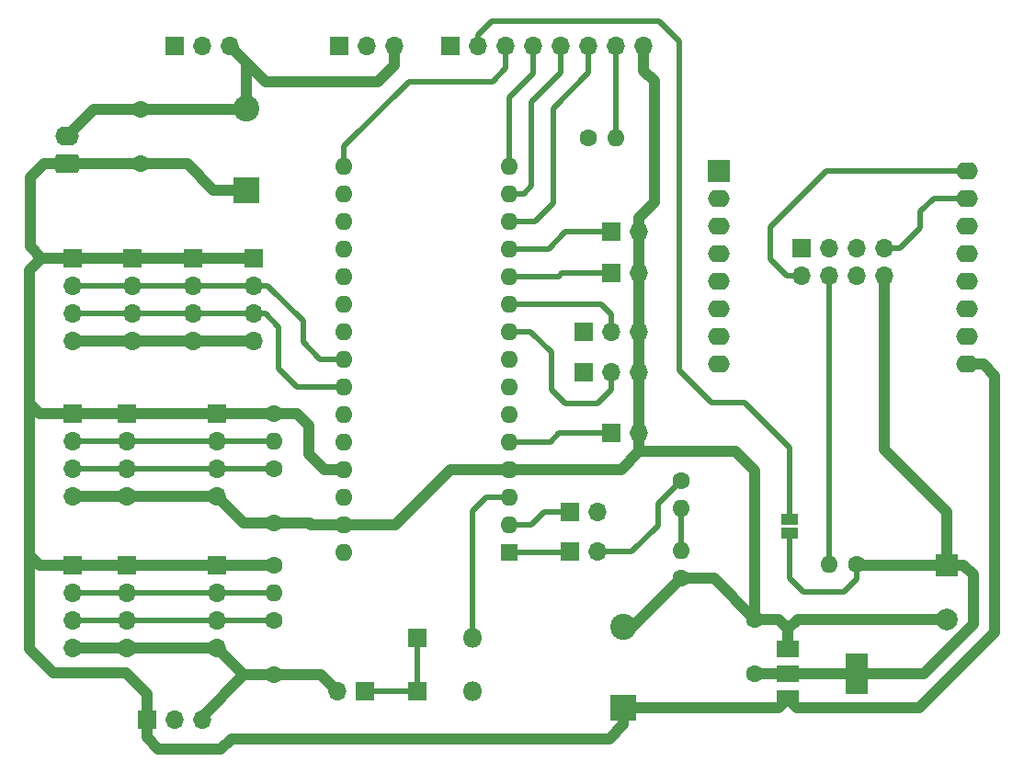
<source format=gbr>
G04 #@! TF.GenerationSoftware,KiCad,Pcbnew,6.0.7-f9a2dced07~116~ubuntu20.04.1*
G04 #@! TF.CreationDate,2022-09-05T17:51:23+02:00*
G04 #@! TF.ProjectId,TaupunktLuefter,54617570-756e-46b7-944c-756566746572,1.5*
G04 #@! TF.SameCoordinates,Original*
G04 #@! TF.FileFunction,Copper,L1,Top*
G04 #@! TF.FilePolarity,Positive*
%FSLAX46Y46*%
G04 Gerber Fmt 4.6, Leading zero omitted, Abs format (unit mm)*
G04 Created by KiCad (PCBNEW 6.0.7-f9a2dced07~116~ubuntu20.04.1) date 2022-09-05 17:51:23*
%MOMM*%
%LPD*%
G01*
G04 APERTURE LIST*
G04 Aperture macros list*
%AMRoundRect*
0 Rectangle with rounded corners*
0 $1 Rounding radius*
0 $2 $3 $4 $5 $6 $7 $8 $9 X,Y pos of 4 corners*
0 Add a 4 corners polygon primitive as box body*
4,1,4,$2,$3,$4,$5,$6,$7,$8,$9,$2,$3,0*
0 Add four circle primitives for the rounded corners*
1,1,$1+$1,$2,$3*
1,1,$1+$1,$4,$5*
1,1,$1+$1,$6,$7*
1,1,$1+$1,$8,$9*
0 Add four rect primitives between the rounded corners*
20,1,$1+$1,$2,$3,$4,$5,0*
20,1,$1+$1,$4,$5,$6,$7,0*
20,1,$1+$1,$6,$7,$8,$9,0*
20,1,$1+$1,$8,$9,$2,$3,0*%
G04 Aperture macros list end*
G04 #@! TA.AperFunction,ComponentPad*
%ADD10R,1.600000X1.600000*%
G04 #@! TD*
G04 #@! TA.AperFunction,ComponentPad*
%ADD11O,1.600000X1.600000*%
G04 #@! TD*
G04 #@! TA.AperFunction,ComponentPad*
%ADD12RoundRect,0.250000X0.845000X-0.620000X0.845000X0.620000X-0.845000X0.620000X-0.845000X-0.620000X0*%
G04 #@! TD*
G04 #@! TA.AperFunction,ComponentPad*
%ADD13O,2.190000X1.740000*%
G04 #@! TD*
G04 #@! TA.AperFunction,ComponentPad*
%ADD14C,1.600000*%
G04 #@! TD*
G04 #@! TA.AperFunction,ComponentPad*
%ADD15R,2.400000X2.400000*%
G04 #@! TD*
G04 #@! TA.AperFunction,ComponentPad*
%ADD16C,2.400000*%
G04 #@! TD*
G04 #@! TA.AperFunction,ComponentPad*
%ADD17R,1.700000X1.700000*%
G04 #@! TD*
G04 #@! TA.AperFunction,ComponentPad*
%ADD18O,1.700000X1.700000*%
G04 #@! TD*
G04 #@! TA.AperFunction,ComponentPad*
%ADD19R,1.800000X1.800000*%
G04 #@! TD*
G04 #@! TA.AperFunction,ComponentPad*
%ADD20O,1.800000X1.800000*%
G04 #@! TD*
G04 #@! TA.AperFunction,ComponentPad*
%ADD21R,2.000000X2.000000*%
G04 #@! TD*
G04 #@! TA.AperFunction,ComponentPad*
%ADD22C,2.000000*%
G04 #@! TD*
G04 #@! TA.AperFunction,SMDPad,CuDef*
%ADD23R,1.500000X1.000000*%
G04 #@! TD*
G04 #@! TA.AperFunction,SMDPad,CuDef*
%ADD24R,2.000000X1.500000*%
G04 #@! TD*
G04 #@! TA.AperFunction,SMDPad,CuDef*
%ADD25R,2.000000X3.800000*%
G04 #@! TD*
G04 #@! TA.AperFunction,ComponentPad*
%ADD26O,2.000000X1.600000*%
G04 #@! TD*
G04 #@! TA.AperFunction,Conductor*
%ADD27C,0.500000*%
G04 #@! TD*
G04 #@! TA.AperFunction,Conductor*
%ADD28C,0.250000*%
G04 #@! TD*
G04 #@! TA.AperFunction,Conductor*
%ADD29C,1.000000*%
G04 #@! TD*
G04 APERTURE END LIST*
D10*
X66294000Y-63754000D03*
D11*
X66294000Y-61214000D03*
X66294000Y-58674000D03*
X66294000Y-56134000D03*
X66294000Y-53594000D03*
X66294000Y-51054000D03*
X66294000Y-48514000D03*
X66294000Y-45974000D03*
X66294000Y-43434000D03*
X66294000Y-40894000D03*
X66294000Y-38354000D03*
X66294000Y-35814000D03*
X66294000Y-33274000D03*
X66294000Y-30734000D03*
X66294000Y-28194000D03*
X51054000Y-28194000D03*
X51054000Y-30734000D03*
X51054000Y-33274000D03*
X51054000Y-35814000D03*
X51054000Y-38354000D03*
X51054000Y-40894000D03*
X51054000Y-43434000D03*
X51054000Y-45974000D03*
X51054000Y-48514000D03*
X51054000Y-51054000D03*
X51054000Y-53594000D03*
X51054000Y-56134000D03*
X51054000Y-58674000D03*
X51054000Y-61214000D03*
X51054000Y-63754000D03*
D12*
X25550000Y-28010000D03*
D13*
X25550000Y-25470000D03*
D14*
X44620000Y-61080000D03*
X44620000Y-56080000D03*
D15*
X76790000Y-78120000D03*
D16*
X76790000Y-70620000D03*
D17*
X71885000Y-63750000D03*
D18*
X74425000Y-63750000D03*
D17*
X75710000Y-52790000D03*
D18*
X78250000Y-52790000D03*
D17*
X93160000Y-35760000D03*
D18*
X93160000Y-38300000D03*
X95700000Y-35760000D03*
X95700000Y-38300000D03*
X98240000Y-35760000D03*
X98240000Y-38300000D03*
X100780000Y-35760000D03*
X100780000Y-38300000D03*
D17*
X73155000Y-43460000D03*
D18*
X75695000Y-43460000D03*
X78235000Y-43460000D03*
D14*
X82080000Y-57200000D03*
D11*
X82080000Y-59740000D03*
D14*
X44610000Y-64950000D03*
D11*
X44610000Y-67490000D03*
D14*
X73565000Y-25620000D03*
D11*
X76105000Y-25620000D03*
D19*
X57775000Y-76590000D03*
D20*
X62855000Y-76590000D03*
D14*
X32320000Y-28020000D03*
X32320000Y-23020000D03*
X44630000Y-75050000D03*
X44630000Y-70050000D03*
D17*
X26080000Y-64960000D03*
D18*
X26080000Y-67500000D03*
X26080000Y-70040000D03*
X26080000Y-72580000D03*
D17*
X39360000Y-64960000D03*
D18*
X39360000Y-67500000D03*
X39360000Y-70040000D03*
X39360000Y-72580000D03*
D21*
X106580000Y-64940000D03*
D22*
X106580000Y-69940000D03*
D17*
X37162000Y-36720000D03*
D18*
X37162000Y-39260000D03*
X37162000Y-41800000D03*
X37162000Y-44340000D03*
D23*
X92100000Y-62020000D03*
X92100000Y-60720000D03*
D17*
X71885000Y-60090000D03*
D18*
X74425000Y-60090000D03*
D17*
X52960000Y-76590000D03*
D18*
X50420000Y-76590000D03*
D24*
X91948000Y-72644000D03*
D25*
X98248000Y-74944000D03*
D24*
X91948000Y-74944000D03*
X91948000Y-77244000D03*
D17*
X60870000Y-17130000D03*
D18*
X63410000Y-17130000D03*
X65950000Y-17130000D03*
X68490000Y-17130000D03*
X71030000Y-17130000D03*
X73570000Y-17130000D03*
X76110000Y-17130000D03*
X78650000Y-17130000D03*
D17*
X39350000Y-50990000D03*
D18*
X39350000Y-53530000D03*
X39350000Y-56070000D03*
X39350000Y-58610000D03*
D17*
X42750000Y-36720000D03*
D18*
X42750000Y-39260000D03*
X42750000Y-41800000D03*
X42750000Y-44340000D03*
D17*
X31090000Y-50990000D03*
D18*
X31090000Y-53530000D03*
X31090000Y-56070000D03*
X31090000Y-58610000D03*
D19*
X57775000Y-71710000D03*
D20*
X62855000Y-71710000D03*
D15*
X42080000Y-30413959D03*
D16*
X42080000Y-22913959D03*
D17*
X26084000Y-36720000D03*
D18*
X26084000Y-39260000D03*
X26084000Y-41800000D03*
X26084000Y-44340000D03*
D17*
X75685000Y-38030000D03*
D18*
X78225000Y-38030000D03*
D17*
X26070000Y-50990000D03*
D18*
X26070000Y-53530000D03*
X26070000Y-56070000D03*
X26070000Y-58610000D03*
D14*
X82070000Y-66195000D03*
D11*
X82070000Y-63655000D03*
D21*
X85590000Y-28640000D03*
D26*
X85590000Y-31180000D03*
X85590000Y-33720000D03*
X85590000Y-36260000D03*
X85590000Y-38800000D03*
X85590000Y-41340000D03*
X85590000Y-43880000D03*
X85590000Y-46420000D03*
X108450000Y-46420000D03*
X108450000Y-43880000D03*
X108450000Y-41340000D03*
X108450000Y-38800000D03*
X108450000Y-36260000D03*
X108450000Y-33720000D03*
X108450000Y-31180000D03*
X108450000Y-28640000D03*
D17*
X32885000Y-79200000D03*
D18*
X35425000Y-79200000D03*
X37965000Y-79200000D03*
D17*
X75685000Y-34260000D03*
D18*
X78225000Y-34260000D03*
D14*
X98240000Y-64920000D03*
D11*
X95700000Y-64920000D03*
D17*
X73160000Y-47210000D03*
D18*
X75700000Y-47210000D03*
X78240000Y-47210000D03*
D17*
X31574000Y-36720000D03*
D18*
X31574000Y-39260000D03*
X31574000Y-41800000D03*
X31574000Y-44340000D03*
D17*
X50590000Y-17130000D03*
D18*
X53130000Y-17130000D03*
X55670000Y-17130000D03*
D17*
X35455000Y-17130000D03*
D18*
X37995000Y-17130000D03*
X40535000Y-17130000D03*
D14*
X88880000Y-69940000D03*
X88880000Y-74940000D03*
D17*
X31070000Y-64956000D03*
D18*
X31070000Y-67496000D03*
X31070000Y-70036000D03*
X31070000Y-72576000D03*
D14*
X44630000Y-50985000D03*
D11*
X44630000Y-53525000D03*
D27*
X52960000Y-76590000D02*
X57775000Y-76590000D01*
X57775000Y-76590000D02*
X57775000Y-71710000D01*
X66294000Y-63754000D02*
X71881000Y-63754000D01*
D28*
X71881000Y-63754000D02*
X71885000Y-63750000D01*
D27*
X69460000Y-60090000D02*
X71885000Y-60090000D01*
X68336000Y-61214000D02*
X69460000Y-60090000D01*
X66294000Y-61214000D02*
X68336000Y-61214000D01*
X66294000Y-53594000D02*
X70086000Y-53594000D01*
X70890000Y-52790000D02*
X75710000Y-52790000D01*
X70086000Y-53594000D02*
X70890000Y-52790000D01*
X62855000Y-59955000D02*
X62855000Y-71710000D01*
X66294000Y-58674000D02*
X64136000Y-58674000D01*
X64136000Y-58674000D02*
X62855000Y-59955000D01*
D28*
X31066000Y-67500000D02*
X31070000Y-67496000D01*
X44600000Y-67500000D02*
X44610000Y-67490000D01*
D27*
X26080000Y-67500000D02*
X31066000Y-67500000D01*
X31066000Y-67500000D02*
X39360000Y-67500000D01*
X39360000Y-67500000D02*
X44600000Y-67500000D01*
X31090000Y-53530000D02*
X39350000Y-53530000D01*
X39350000Y-53530000D02*
X44625000Y-53530000D01*
X26070000Y-53530000D02*
X31090000Y-53530000D01*
X44625000Y-53530000D02*
X44630000Y-53525000D01*
X68254000Y-43434000D02*
X70170000Y-45350000D01*
X71440000Y-50070000D02*
X70170000Y-48800000D01*
X66294000Y-43434000D02*
X68254000Y-43434000D01*
X70170000Y-48800000D02*
X70170000Y-45350000D01*
X75700000Y-47210000D02*
X75700000Y-48790000D01*
X75700000Y-48790000D02*
X74420000Y-50070000D01*
X74420000Y-50070000D02*
X71440000Y-50070000D01*
D28*
X75700000Y-41870000D02*
X75695000Y-41875000D01*
D27*
X74724000Y-40894000D02*
X75700000Y-41870000D01*
X66294000Y-40894000D02*
X74724000Y-40894000D01*
X75695000Y-41875000D02*
X75695000Y-43460000D01*
X66294000Y-38354000D02*
X70816000Y-38354000D01*
X70816000Y-38354000D02*
X71140000Y-38030000D01*
X71140000Y-38030000D02*
X75685000Y-38030000D01*
D29*
X31070000Y-72576000D02*
X39356000Y-72576000D01*
X32320000Y-23020000D02*
X41973959Y-23020000D01*
X60866000Y-56134000D02*
X66294000Y-56134000D01*
X26070000Y-58610000D02*
X31090000Y-58610000D01*
X78225000Y-32965000D02*
X79620000Y-31570000D01*
X85135000Y-66195000D02*
X88880000Y-69940000D01*
X55786000Y-61214000D02*
X60866000Y-56134000D01*
X78650000Y-19430000D02*
X78650000Y-17130000D01*
X78235000Y-43460000D02*
X78235000Y-47205000D01*
X41830000Y-75050000D02*
X37965000Y-78915000D01*
X41973959Y-23020000D02*
X42080000Y-22913959D01*
X77645000Y-70620000D02*
X76790000Y-70620000D01*
X42080000Y-18675000D02*
X40535000Y-17130000D01*
X82070000Y-66195000D02*
X85135000Y-66195000D01*
X39360000Y-72580000D02*
X41830000Y-75050000D01*
X78225000Y-34260000D02*
X78225000Y-32965000D01*
X31574000Y-44340000D02*
X37162000Y-44340000D01*
X91050000Y-69940000D02*
X91950000Y-70840000D01*
X47902000Y-61080000D02*
X48036000Y-61214000D01*
X92850000Y-69940000D02*
X91950000Y-70840000D01*
X55670000Y-18930000D02*
X54190000Y-20410000D01*
X28000000Y-23020000D02*
X32320000Y-23020000D01*
X76626000Y-56134000D02*
X78250000Y-54510000D01*
D28*
X31066000Y-72580000D02*
X31070000Y-72576000D01*
D29*
X88880000Y-69940000D02*
X91050000Y-69940000D01*
D28*
X78225000Y-43450000D02*
X78235000Y-43460000D01*
D29*
X78225000Y-38030000D02*
X78225000Y-43450000D01*
X66294000Y-56134000D02*
X76626000Y-56134000D01*
X79620000Y-31570000D02*
X79620000Y-20400000D01*
X44630000Y-75050000D02*
X48880000Y-75050000D01*
X26080000Y-72580000D02*
X31066000Y-72580000D01*
X78250000Y-54510000D02*
X78250000Y-52790000D01*
X82070000Y-66195000D02*
X77645000Y-70620000D01*
X106580000Y-69940000D02*
X92850000Y-69940000D01*
X78250000Y-54510000D02*
X87130000Y-54510000D01*
X31090000Y-58610000D02*
X39350000Y-58610000D01*
X43815000Y-20410000D02*
X42080000Y-18675000D01*
X54190000Y-20410000D02*
X43815000Y-20410000D01*
X37965000Y-78915000D02*
X37965000Y-79200000D01*
D28*
X39356000Y-72576000D02*
X39360000Y-72580000D01*
D29*
X88880000Y-56260000D02*
X88880000Y-69940000D01*
X37162000Y-44340000D02*
X42750000Y-44340000D01*
X55670000Y-17130000D02*
X55670000Y-18930000D01*
X44620000Y-61080000D02*
X47902000Y-61080000D01*
X25550000Y-25470000D02*
X28000000Y-23020000D01*
X41830000Y-75050000D02*
X44630000Y-75050000D01*
X87130000Y-54510000D02*
X88880000Y-56260000D01*
X39350000Y-58610000D02*
X41820000Y-61080000D01*
X91948000Y-70842000D02*
X91948000Y-72644000D01*
X51054000Y-61214000D02*
X55786000Y-61214000D01*
X41820000Y-61080000D02*
X44620000Y-61080000D01*
X79620000Y-20400000D02*
X78650000Y-19430000D01*
X48880000Y-75050000D02*
X50420000Y-76590000D01*
X42080000Y-22913959D02*
X42080000Y-18675000D01*
X47986000Y-61214000D02*
X51054000Y-61214000D01*
X26084000Y-44340000D02*
X31574000Y-44340000D01*
X78240000Y-47210000D02*
X78240000Y-52780000D01*
X78225000Y-34260000D02*
X78225000Y-38030000D01*
D28*
X78240000Y-52780000D02*
X78250000Y-52790000D01*
D27*
X71480000Y-34260000D02*
X75685000Y-34260000D01*
X69926000Y-35814000D02*
X71480000Y-34260000D01*
X66294000Y-35814000D02*
X69926000Y-35814000D01*
X70320000Y-31590000D02*
X70320000Y-22860000D01*
X70320000Y-22860000D02*
X73570000Y-19610000D01*
X73570000Y-19610000D02*
X73570000Y-17130000D01*
X66294000Y-33274000D02*
X68636000Y-33274000D01*
X68636000Y-33274000D02*
X70320000Y-31590000D01*
X44050000Y-39260000D02*
X47280000Y-42490000D01*
X42750000Y-39260000D02*
X44050000Y-39260000D01*
X48874000Y-45974000D02*
X51054000Y-45974000D01*
X26084000Y-39260000D02*
X31574000Y-39260000D01*
X47280000Y-42490000D02*
X47280000Y-44380000D01*
X47280000Y-44380000D02*
X48874000Y-45974000D01*
X37162000Y-39260000D02*
X42750000Y-39260000D01*
X31574000Y-39260000D02*
X37162000Y-39260000D01*
X45050000Y-43050000D02*
X45050000Y-46860000D01*
X37162000Y-41800000D02*
X42750000Y-41800000D01*
X43800000Y-41800000D02*
X45050000Y-43050000D01*
X45050000Y-46860000D02*
X46704000Y-48514000D01*
X46704000Y-48514000D02*
X51054000Y-48514000D01*
X26084000Y-41800000D02*
X31574000Y-41800000D01*
X42750000Y-41800000D02*
X43800000Y-41800000D01*
X31574000Y-41800000D02*
X37162000Y-41800000D01*
D29*
X22120000Y-50100000D02*
X22120000Y-37820000D01*
X49284000Y-56134000D02*
X51054000Y-56134000D01*
X32885000Y-76795000D02*
X30960000Y-74870000D01*
X31070000Y-64956000D02*
X39356000Y-64956000D01*
X39356000Y-64956000D02*
X39360000Y-64960000D01*
X92800000Y-78110000D02*
X91948000Y-77258000D01*
X76790000Y-78120000D02*
X91072000Y-78120000D01*
X26080000Y-64960000D02*
X31066000Y-64960000D01*
X25560000Y-28020000D02*
X32320000Y-28020000D01*
X26084000Y-36720000D02*
X31574000Y-36720000D01*
X32320000Y-28020000D02*
X36620000Y-28020000D01*
X24280000Y-74870000D02*
X22120000Y-72710000D01*
X75480000Y-80960000D02*
X40680000Y-80960000D01*
X33970000Y-81920000D02*
X32885000Y-80835000D01*
X31066000Y-64960000D02*
X31070000Y-64956000D01*
X37162000Y-36720000D02*
X42750000Y-36720000D01*
X25550000Y-28010000D02*
X23410000Y-28010000D01*
X39720000Y-81920000D02*
X33970000Y-81920000D01*
X23220000Y-36720000D02*
X22120000Y-37820000D01*
X32885000Y-79200000D02*
X32885000Y-76795000D01*
X46695000Y-50985000D02*
X47850000Y-52140000D01*
X110980000Y-71190000D02*
X104060000Y-78100000D01*
X32885000Y-80835000D02*
X32885000Y-79200000D01*
X22120000Y-72710000D02*
X22120000Y-64070000D01*
X26084000Y-36720000D02*
X23220000Y-36720000D01*
X26070000Y-50990000D02*
X23010000Y-50990000D01*
X23010000Y-50990000D02*
X22120000Y-50100000D01*
X44600000Y-64960000D02*
X44610000Y-64950000D01*
D28*
X91948000Y-77258000D02*
X91948000Y-77244000D01*
D29*
X91072000Y-78120000D02*
X91948000Y-77244000D01*
X22120000Y-64070000D02*
X23010000Y-64960000D01*
X44625000Y-50990000D02*
X44630000Y-50985000D01*
X22120000Y-50100000D02*
X22120000Y-64070000D01*
X108450000Y-46420000D02*
X109970000Y-46420000D01*
X76790000Y-78120000D02*
X76790000Y-79640000D01*
X104060000Y-78100000D02*
X92800000Y-78110000D01*
X31574000Y-36720000D02*
X37162000Y-36720000D01*
X22140000Y-29280000D02*
X22140000Y-35640000D01*
X30960000Y-74870000D02*
X24280000Y-74870000D01*
X47850000Y-52140000D02*
X47850000Y-54700000D01*
X44630000Y-50985000D02*
X46695000Y-50985000D01*
X36620000Y-28020000D02*
X39013959Y-30413959D01*
X39013959Y-30413959D02*
X42080000Y-30413959D01*
X23410000Y-28010000D02*
X22140000Y-29280000D01*
X110960000Y-47500000D02*
X110980000Y-71190000D01*
X22140000Y-35640000D02*
X23220000Y-36720000D01*
X39360000Y-64960000D02*
X44600000Y-64960000D01*
X109970000Y-46420000D02*
X110960000Y-47500000D01*
X26070000Y-50990000D02*
X31090000Y-50990000D01*
X39350000Y-50990000D02*
X44625000Y-50990000D01*
X23010000Y-64960000D02*
X26080000Y-64960000D01*
X76790000Y-79640000D02*
X75470000Y-80960000D01*
X47850000Y-54700000D02*
X49284000Y-56134000D01*
X31090000Y-50990000D02*
X39350000Y-50990000D01*
X40680000Y-80960000D02*
X39720000Y-81920000D01*
D27*
X44610000Y-56070000D02*
X44620000Y-56080000D01*
X39350000Y-56070000D02*
X44610000Y-56070000D01*
X31090000Y-56070000D02*
X39350000Y-56070000D01*
X26070000Y-56070000D02*
X31090000Y-56070000D01*
X79980000Y-59300000D02*
X82080000Y-57200000D01*
X79980000Y-61320000D02*
X79980000Y-59300000D01*
X77550000Y-63750000D02*
X79980000Y-61320000D01*
X74425000Y-63750000D02*
X77550000Y-63750000D01*
X90360000Y-36820000D02*
X91840000Y-38300000D01*
X95530000Y-28640000D02*
X90360000Y-33810000D01*
X91840000Y-38300000D02*
X93160000Y-38300000D01*
X90360000Y-33810000D02*
X90360000Y-36820000D01*
X108450000Y-28640000D02*
X95530000Y-28640000D01*
X95700000Y-38300000D02*
X95700000Y-64920000D01*
X67616000Y-30734000D02*
X68310000Y-30040000D01*
X68330000Y-22330000D02*
X71030000Y-19630000D01*
X68310000Y-30040000D02*
X68310000Y-22330000D01*
X66294000Y-30734000D02*
X67616000Y-30734000D01*
X71030000Y-19630000D02*
X71030000Y-17130000D01*
D28*
X68330000Y-22330000D02*
X68310000Y-22330000D01*
D27*
X66294000Y-21856000D02*
X68490000Y-19660000D01*
X66294000Y-28194000D02*
X66294000Y-21856000D01*
X68490000Y-19660000D02*
X68490000Y-17130000D01*
X51054000Y-28194000D02*
X51054000Y-26406000D01*
X64720000Y-20410000D02*
X65950000Y-19180000D01*
X57050000Y-20410000D02*
X64720000Y-20410000D01*
X51054000Y-26406000D02*
X57050000Y-20410000D01*
X65950000Y-19180000D02*
X65950000Y-17130000D01*
D28*
X82070000Y-59750000D02*
X82080000Y-59740000D01*
D27*
X82070000Y-63655000D02*
X82070000Y-59750000D01*
X104120000Y-33880000D02*
X104120000Y-32420000D01*
X105360000Y-31180000D02*
X108450000Y-31180000D01*
X104120000Y-32420000D02*
X105360000Y-31180000D01*
X100780000Y-35760000D02*
X102240000Y-35760000D01*
X102240000Y-35760000D02*
X104120000Y-33880000D01*
D29*
X100780000Y-38300000D02*
X100780000Y-54290000D01*
X91948000Y-74944000D02*
X98248000Y-74944000D01*
X109020000Y-70440000D02*
X104460000Y-74950000D01*
D27*
X97100000Y-67430000D02*
X93400000Y-67430000D01*
D29*
X106580000Y-64940000D02*
X98260000Y-64940000D01*
X100780000Y-54290000D02*
X106600000Y-60110000D01*
D27*
X98260000Y-64940000D02*
X98260000Y-66270000D01*
D28*
X98260000Y-64940000D02*
X98240000Y-64920000D01*
D27*
X92100000Y-66130000D02*
X92100000Y-62020000D01*
D29*
X104460000Y-74950000D02*
X98248000Y-74944000D01*
X108100000Y-64940000D02*
X109020000Y-65800000D01*
X106580000Y-64940000D02*
X108100000Y-64940000D01*
D27*
X93400000Y-67430000D02*
X92100000Y-66130000D01*
D28*
X91944000Y-74940000D02*
X91948000Y-74944000D01*
D29*
X109020000Y-65800000D02*
X109020000Y-70440000D01*
X88880000Y-74940000D02*
X91944000Y-74940000D01*
X106580000Y-60130000D02*
X106580000Y-64940000D01*
D27*
X98260000Y-66270000D02*
X97100000Y-67430000D01*
D28*
X44620000Y-70040000D02*
X44630000Y-70050000D01*
D27*
X39360000Y-70040000D02*
X44620000Y-70040000D01*
X26080000Y-70040000D02*
X31066000Y-70040000D01*
D28*
X39356000Y-70036000D02*
X39360000Y-70040000D01*
D27*
X31070000Y-70036000D02*
X39356000Y-70036000D01*
D28*
X76105000Y-17135000D02*
X76110000Y-17130000D01*
D27*
X76105000Y-25620000D02*
X76105000Y-17135000D01*
X92100000Y-54110000D02*
X87960000Y-49970000D01*
X81980000Y-47010000D02*
X81980000Y-16720000D01*
X64650000Y-14850000D02*
X63410000Y-16090000D01*
X84940000Y-49970000D02*
X81980000Y-47010000D01*
D28*
X76570000Y-14860000D02*
X76560000Y-14850000D01*
D27*
X81980000Y-16720000D02*
X80120000Y-14860000D01*
X92100000Y-60720000D02*
X92100000Y-54110000D01*
X87960000Y-49970000D02*
X84940000Y-49970000D01*
X63410000Y-16090000D02*
X63410000Y-17130000D01*
X80120000Y-14860000D02*
X64650000Y-14860000D01*
M02*

</source>
